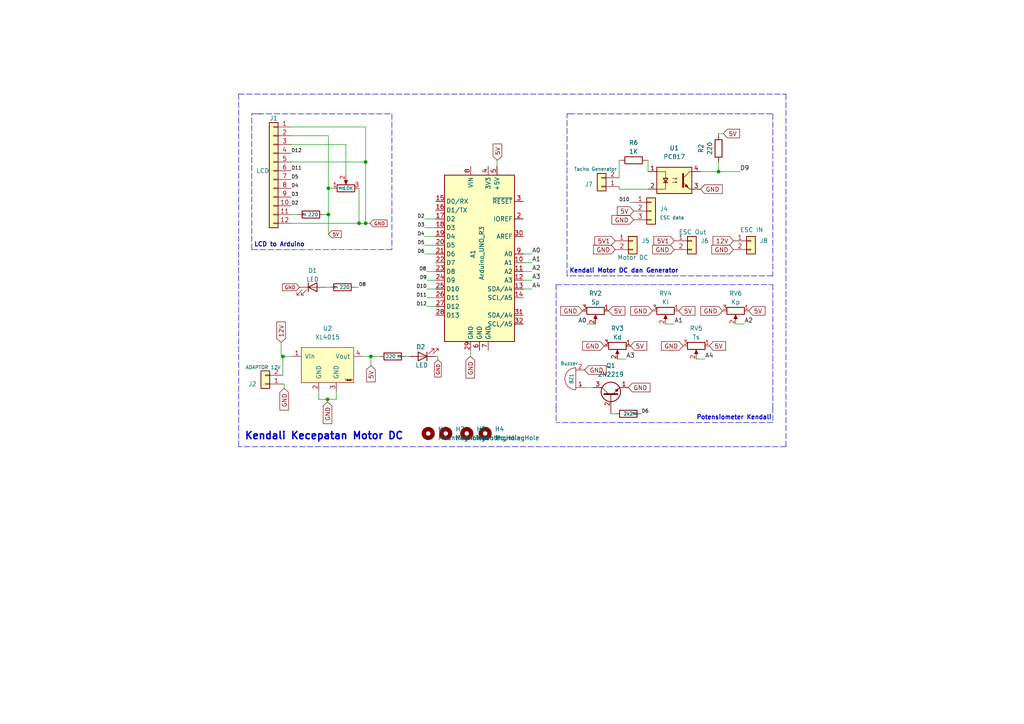
<source format=kicad_sch>
(kicad_sch (version 20211123) (generator eeschema)
  (paper "A4")
  (lib_symbols
    (symbol "Connector_Generic:Conn_01x02" (pin_names (offset 1.016) hide)
      (property "Reference" "J" (at 0 2.54 0))
      (property "Value" "Conn_01x02" (at 0 -5.08 0))
      (symbol "Conn_01x02_1_1"
        (rectangle (start -1.27 -2.413) (end 0 -2.667) (stroke (width 0.1524)))
        (rectangle (start -1.27 0.127) (end 0 -0.127) (stroke (width 0.1524)))
        (rectangle (start -1.27 1.27) (end 1.27 -3.81) (stroke (width 0.254)) (fill (type background)))
        (pin passive line (at -5.08 0 0) (length 3.81) (name "Pin_1") (number "1"))
        (pin passive line (at -5.08 -2.54 0) (length 3.81) (name "Pin_2") (number "2"))
      )
    )
    (symbol "Connector_Generic:Conn_01x03" (pin_names (offset 1.016) hide)
      (property "Reference" "J" (at 0 5.08 0))
      (property "Value" "Conn_01x03" (at 0 -5.08 0))
      (symbol "Conn_01x03_1_1"
        (rectangle (start -1.27 -2.413) (end 0 -2.667) (stroke (width 0.1524)))
        (rectangle (start -1.27 0.127) (end 0 -0.127) (stroke (width 0.1524)))
        (rectangle (start -1.27 2.667) (end 0 2.413) (stroke (width 0.1524)))
        (rectangle (start -1.27 3.81) (end 1.27 -3.81) (stroke (width 0.254)) (fill (type background)))
        (pin passive line (at -5.08 2.54 0) (length 3.81) (name "Pin_1") (number "1"))
        (pin passive line (at -5.08 0 0) (length 3.81) (name "Pin_2") (number "2"))
        (pin passive line (at -5.08 -2.54 0) (length 3.81) (name "Pin_3") (number "3"))
      )
    )
    (symbol "Connector_Generic:Conn_01x12" (pin_names (offset 1.016) hide)
      (property "Reference" "J" (at 0 15.24 0))
      (property "Value" "Conn_01x12" (at 0 -17.78 0))
      (symbol "Conn_01x12_1_1"
        (rectangle (start -1.27 -15.113) (end 0 -15.367) (stroke (width 0.1524)))
        (rectangle (start -1.27 -12.573) (end 0 -12.827) (stroke (width 0.1524)))
        (rectangle (start -1.27 -10.033) (end 0 -10.287) (stroke (width 0.1524)))
        (rectangle (start -1.27 -7.493) (end 0 -7.747) (stroke (width 0.1524)))
        (rectangle (start -1.27 -4.953) (end 0 -5.207) (stroke (width 0.1524)))
        (rectangle (start -1.27 -2.413) (end 0 -2.667) (stroke (width 0.1524)))
        (rectangle (start -1.27 0.127) (end 0 -0.127) (stroke (width 0.1524)))
        (rectangle (start -1.27 2.667) (end 0 2.413) (stroke (width 0.1524)))
        (rectangle (start -1.27 5.207) (end 0 4.953) (stroke (width 0.1524)))
        (rectangle (start -1.27 7.747) (end 0 7.493) (stroke (width 0.1524)))
        (rectangle (start -1.27 10.287) (end 0 10.033) (stroke (width 0.1524)))
        (rectangle (start -1.27 12.827) (end 0 12.573) (stroke (width 0.1524)))
        (rectangle (start -1.27 13.97) (end 1.27 -16.51) (stroke (width 0.254)) (fill (type background)))
        (pin passive line (at -5.08 12.7 0) (length 3.81) (name "Pin_1") (number "1"))
        (pin passive line (at -5.08 -10.16 0) (length 3.81) (name "Pin_10") (number "10"))
        (pin passive line (at -5.08 -12.7 0) (length 3.81) (name "Pin_11") (number "11"))
        (pin passive line (at -5.08 -15.24 0) (length 3.81) (name "Pin_12") (number "12"))
        (pin passive line (at -5.08 10.16 0) (length 3.81) (name "Pin_2") (number "2"))
        (pin passive line (at -5.08 7.62 0) (length 3.81) (name "Pin_3") (number "3"))
        (pin passive line (at -5.08 5.08 0) (length 3.81) (name "Pin_4") (number "4"))
        (pin passive line (at -5.08 2.54 0) (length 3.81) (name "Pin_5") (number "5"))
        (pin passive line (at -5.08 0 0) (length 3.81) (name "Pin_6") (number "6"))
        (pin passive line (at -5.08 -2.54 0) (length 3.81) (name "Pin_7") (number "7"))
        (pin passive line (at -5.08 -5.08 0) (length 3.81) (name "Pin_8") (number "8"))
        (pin passive line (at -5.08 -7.62 0) (length 3.81) (name "Pin_9") (number "9"))
      )
    )
    (symbol "Device:Buzzer" (pin_names (offset 0.0254) hide)
      (property "Reference" "BZ" (at 3.81 1.27 0))
      (property "Value" "Buzzer" (at 3.81 -1.27 0))
      (symbol "Buzzer_0_1"
        (arc (start 0 -3.175) (mid 3.175 0) (end 0 3.175))
        (polyline (pts (xy -1.651 1.905) (xy -1.143 1.905)))
        (polyline (pts (xy -1.397 2.159) (xy -1.397 1.651)))
        (polyline (pts (xy 0 3.175) (xy 0 -3.175)))
      )
      (symbol "Buzzer_1_1"
        (pin passive line (at -2.54 2.54 0) (length 2.54) (name "-") (number "1"))
        (pin passive line (at -2.54 -2.54 0) (length 2.54) (name "+") (number "2"))
      )
    )
    (symbol "Device:LED" (pin_numbers hide) (pin_names (offset 1.016) hide)
      (property "Reference" "D" (at 0 2.54 0))
      (property "Value" "LED" (at 0 -2.54 0))
      (symbol "LED_0_1"
        (polyline (pts (xy -1.27 -1.27) (xy -1.27 1.27)) (stroke (width 0.254)))
        (polyline (pts (xy -1.27 0) (xy 1.27 0)))
        (polyline (pts (xy 1.27 -1.27) (xy 1.27 1.27) (xy -1.27 0) (xy 1.27 -1.27)) (stroke (width 0.254)))
        (polyline (pts (xy -3.048 -0.762) (xy -4.572 -2.286) (xy -3.81 -2.286) (xy -4.572 -2.286) (xy -4.572 -1.524)))
        (polyline (pts (xy -1.778 -0.762) (xy -3.302 -2.286) (xy -2.54 -2.286) (xy -3.302 -2.286) (xy -3.302 -1.524)))
      )
      (symbol "LED_1_1"
        (pin passive line (at -3.81 0 0) (length 2.54) (name "K") (number "1"))
        (pin passive line (at 3.81 0 180) (length 2.54) (name "A") (number "2"))
      )
    )
    (symbol "Device:R" (pin_numbers hide) (pin_names (offset 0))
      (property "Reference" "R" (at 2.032 0 90))
      (property "Value" "R" (at 0 0 90))
      (symbol "R_0_1"
        (rectangle (start -1.016 -2.54) (end 1.016 2.54) (stroke (width 0.254)))
      )
      (symbol "R_1_1"
        (pin passive line (at 0 3.81 270) (length 1.27) (name "~") (number "1"))
        (pin passive line (at 0 -3.81 90) (length 1.27) (name "~") (number "2"))
      )
    )
    (symbol "Device:R_Potentiometer" (pin_names (offset 1.016) hide)
      (property "Reference" "RV" (at -4.445 0 90))
      (property "Value" "R_Potentiometer" (at -2.54 0 90))
      (symbol "R_Potentiometer_0_1"
        (polyline (pts (xy 2.54 0) (xy 1.524 0)))
        (polyline (pts (xy 1.143 0) (xy 2.286 0.508) (xy 2.286 -0.508) (xy 1.143 0)) (fill (type outline)))
        (rectangle (start 1.016 2.54) (end -1.016 -2.54) (stroke (width 0.254)))
      )
      (symbol "R_Potentiometer_1_1"
        (pin passive line (at 0 3.81 270) (length 1.27) (name "1") (number "1"))
        (pin passive line (at 3.81 0 180) (length 1.27) (name "2") (number "2"))
        (pin passive line (at 0 -3.81 90) (length 1.27) (name "3") (number "3"))
      )
    )
    (symbol "Isolator:PC817" (pin_names (offset 1.016))
      (property "Reference" "U" (at -5.08 5.08 0))
      (property "Value" "PC817" (at 0 5.08 0))
      (symbol "PC817_0_1"
        (rectangle (start -5.08 3.81) (end 5.08 -3.81) (stroke (width 0.254)) (fill (type background)))
        (polyline (pts (xy -3.175 -0.635) (xy -1.905 -0.635)) (stroke (width 0.254)))
        (polyline (pts (xy 2.54 0.635) (xy 4.445 2.54)))
        (polyline (pts (xy 4.445 -2.54) (xy 2.54 -0.635)) (fill (type outline)))
        (polyline (pts (xy 4.445 -2.54) (xy 5.08 -2.54)))
        (polyline (pts (xy 4.445 2.54) (xy 5.08 2.54)))
        (polyline (pts (xy -5.08 2.54) (xy -2.54 2.54) (xy -2.54 -0.635)))
        (polyline (pts (xy -2.54 -0.635) (xy -2.54 -2.54) (xy -5.08 -2.54)))
        (polyline (pts (xy 2.54 1.905) (xy 2.54 -1.905) (xy 2.54 -1.905)) (stroke (width 0.508)))
        (polyline (pts (xy -2.54 -0.635) (xy -3.175 0.635) (xy -1.905 0.635) (xy -2.54 -0.635)) (stroke (width 0.254)))
        (polyline (pts (xy -0.508 -0.508) (xy 0.762 -0.508) (xy 0.381 -0.635) (xy 0.381 -0.381) (xy 0.762 -0.508)))
        (polyline (pts (xy -0.508 0.508) (xy 0.762 0.508) (xy 0.381 0.381) (xy 0.381 0.635) (xy 0.762 0.508)))
        (polyline (pts (xy 3.048 -1.651) (xy 3.556 -1.143) (xy 4.064 -2.159) (xy 3.048 -1.651) (xy 3.048 -1.651)) (fill (type outline)))
      )
      (symbol "PC817_1_1"
        (pin passive line (at -7.62 2.54 0) (length 2.54) (name "~") (number "1"))
        (pin passive line (at -7.62 -2.54 0) (length 2.54) (name "~") (number "2"))
        (pin passive line (at 7.62 -2.54 180) (length 2.54) (name "~") (number "3"))
        (pin passive line (at 7.62 2.54 180) (length 2.54) (name "~") (number "4"))
      )
    )
    (symbol "MCU_Module:Arduino_UNO_R3"
      (property "Reference" "A" (at -10.16 23.495 0))
      (property "Value" "Arduino_UNO_R3" (at 5.08 -26.67 0))
      (symbol "Arduino_UNO_R3_0_1"
        (rectangle (start -10.16 22.86) (end 10.16 -25.4) (stroke (width 0.254)) (fill (type background)))
      )
      (symbol "Arduino_UNO_R3_1_1"
        (pin no_connect line (at -10.16 -20.32 0) (length 2.54) hide (name "NC") (number "1"))
        (pin bidirectional line (at 12.7 -2.54 180) (length 2.54) (name "A1") (number "10"))
        (pin bidirectional line (at 12.7 -5.08 180) (length 2.54) (name "A2") (number "11"))
        (pin bidirectional line (at 12.7 -7.62 180) (length 2.54) (name "A3") (number "12"))
        (pin bidirectional line (at 12.7 -10.16 180) (length 2.54) (name "SDA/A4") (number "13"))
        (pin bidirectional line (at 12.7 -12.7 180) (length 2.54) (name "SCL/A5") (number "14"))
        (pin bidirectional line (at -12.7 15.24 0) (length 2.54) (name "D0/RX") (number "15"))
        (pin bidirectional line (at -12.7 12.7 0) (length 2.54) (name "D1/TX") (number "16"))
        (pin bidirectional line (at -12.7 10.16 0) (length 2.54) (name "D2") (number "17"))
        (pin bidirectional line (at -12.7 7.62 0) (length 2.54) (name "D3") (number "18"))
        (pin bidirectional line (at -12.7 5.08 0) (length 2.54) (name "D4") (number "19"))
        (pin output line (at 12.7 10.16 180) (length 2.54) (name "IOREF") (number "2"))
        (pin bidirectional line (at -12.7 2.54 0) (length 2.54) (name "D5") (number "20"))
        (pin bidirectional line (at -12.7 0 0) (length 2.54) (name "D6") (number "21"))
        (pin bidirectional line (at -12.7 -2.54 0) (length 2.54) (name "D7") (number "22"))
        (pin bidirectional line (at -12.7 -5.08 0) (length 2.54) (name "D8") (number "23"))
        (pin bidirectional line (at -12.7 -7.62 0) (length 2.54) (name "D9") (number "24"))
        (pin bidirectional line (at -12.7 -10.16 0) (length 2.54) (name "D10") (number "25"))
        (pin bidirectional line (at -12.7 -12.7 0) (length 2.54) (name "D11") (number "26"))
        (pin bidirectional line (at -12.7 -15.24 0) (length 2.54) (name "D12") (number "27"))
        (pin bidirectional line (at -12.7 -17.78 0) (length 2.54) (name "D13") (number "28"))
        (pin power_in line (at -2.54 -27.94 90) (length 2.54) (name "GND") (number "29"))
        (pin input line (at 12.7 15.24 180) (length 2.54) (name "~{RESET}") (number "3"))
        (pin input line (at 12.7 5.08 180) (length 2.54) (name "AREF") (number "30"))
        (pin bidirectional line (at 12.7 -17.78 180) (length 2.54) (name "SDA/A4") (number "31"))
        (pin bidirectional line (at 12.7 -20.32 180) (length 2.54) (name "SCL/A5") (number "32"))
        (pin power_out line (at 2.54 25.4 270) (length 2.54) (name "3V3") (number "4"))
        (pin power_out line (at 5.08 25.4 270) (length 2.54) (name "+5V") (number "5"))
        (pin power_in line (at 0 -27.94 90) (length 2.54) (name "GND") (number "6"))
        (pin power_in line (at 2.54 -27.94 90) (length 2.54) (name "GND") (number "7"))
        (pin power_in line (at -2.54 25.4 270) (length 2.54) (name "VIN") (number "8"))
        (pin bidirectional line (at 12.7 0 180) (length 2.54) (name "A0") (number "9"))
      )
    )
    (symbol "Mechanical:MountingHole" (pin_names (offset 1.016))
      (property "Reference" "H" (at 0 5.08 0))
      (property "Value" "MountingHole" (at 0 3.175 0))
      (symbol "MountingHole_0_1"
        (circle (center 0 0) (radius 1.27) (stroke (width 1.27)))
      )
    )
    (symbol "Transistor_BJT:2N2219" (pin_names (offset 0) hide)
      (property "Reference" "Q" (at 5.08 1.905 0))
      (property "Value" "2N2219" (at 5.08 0 0))
      (symbol "2N2219_0_1"
        (polyline (pts (xy 0.635 0.635) (xy 2.54 2.54)))
        (polyline (pts (xy 0.635 -0.635) (xy 2.54 -2.54) (xy 2.54 -2.54)))
        (polyline (pts (xy 0.635 1.905) (xy 0.635 -1.905) (xy 0.635 -1.905)) (stroke (width 0.508)))
        (polyline (pts (xy 1.27 -1.778) (xy 1.778 -1.27) (xy 2.286 -2.286) (xy 1.27 -1.778) (xy 1.27 -1.778)) (fill (type outline)))
        (circle (center 1.27 0) (radius 2.8194) (stroke (width 0.254)))
      )
      (symbol "2N2219_1_1"
        (pin passive line (at 2.54 -5.08 90) (length 2.54) (name "E") (number "1"))
        (pin passive line (at -5.08 0 0) (length 5.715) (name "B") (number "2"))
        (pin passive line (at 2.54 5.08 270) (length 2.54) (name "C") (number "3"))
      )
    )
    (symbol "yaaj_dcdc_stepdown_lm2596:YAAJ_DCDC_StepDown_LM2596" (pin_names (offset 1.016))
      (property "Reference" "U" (at -5.08 6.35 0))
      (property "Value" "YAAJ_DCDC_StepDown_LM2596" (at 0 11.43 0))
      (symbol "YAAJ_DCDC_StepDown_LM2596_0_1"
        (rectangle (start -7.62 5.08) (end 7.62 -5.08) (fill (type background)))
      )
      (symbol "YAAJ_DCDC_StepDown_LM2596_1_1"
        (text "Y@@V" (at 6.1976 -4.2672 0) (effects (font (size 0.508 0.508))))
        (pin power_in line (at -10.16 2.54 0) (length 2.54) (name "Vin") (number "1"))
        (pin power_in line (at -2.54 -7.62 90) (length 2.54) (name "GND") (number "2"))
        (pin power_in line (at 2.54 -7.62 90) (length 2.54) (name "GND") (number "3"))
        (pin power_out line (at 10.16 2.54 180) (length 2.54) (name "Vout") (number "4"))
      )
    )
  )
  (junction (at 95.25 54.61))
  (junction (at 107.569 103.378))
  (junction (at 208.407 49.784))
  (junction (at 82.042 103.378))
  (junction (at 106.045 64.77))
  (junction (at 104.14 64.77))
  (junction (at 94.996 115.824))
  (junction (at 106.045 46.99))
  (junction (at 95.25 62.23))
  (wire (pts (xy 179.578 46.482) (xy 179.578 51.562)))
  (wire (pts (xy 201.93 104.14) (xy 204.47 104.14)))
  (wire (pts (xy 123.19 63.5) (xy 126.365 63.5)))
  (wire (pts (xy 81.534 103.378) (xy 82.042 103.378)))
  (polyline (pts (xy 69.215 129.54) (xy 69.215 27.305)))
  (wire (pts (xy 107.569 103.378) (xy 110.109 103.378)))
  (wire (pts (xy 97.536 113.538) (xy 97.536 115.824)))
  (wire (pts (xy 123.825 88.9) (xy 126.365 88.9)))
  (wire (pts (xy 151.765 81.28) (xy 154.305 81.28)))
  (wire (pts (xy 94.996 115.824) (xy 97.536 115.824)))
  (wire (pts (xy 94.488 83.312) (xy 95.504 83.312)))
  (wire (pts (xy 127 104.394) (xy 127 103.378)))
  (wire (pts (xy 169.545 112.395) (xy 172.085 112.395)))
  (wire (pts (xy 84.455 39.37) (xy 95.25 39.37)))
  (wire (pts (xy 136.525 101.6) (xy 136.525 103.378)))
  (wire (pts (xy 126.365 103.378) (xy 127 103.378)))
  (wire (pts (xy 82.042 103.378) (xy 84.836 103.378)))
  (polyline (pts (xy 73.025 33.02) (xy 75.565 33.02)))
  (polyline (pts (xy 224.155 122.555) (xy 161.29 122.555)))
  (wire (pts (xy 177.165 120.015) (xy 178.435 120.015)))
  (wire (pts (xy 106.045 36.83) (xy 106.045 46.99)))
  (wire (pts (xy 104.14 64.77) (xy 106.045 64.77)))
  (polyline (pts (xy 161.29 118.11) (xy 161.29 122.555)))
  (wire (pts (xy 136.525 103.378) (xy 136.398 103.378)))
  (wire (pts (xy 123.825 86.36) (xy 126.365 86.36)))
  (wire (pts (xy 123.19 71.12) (xy 126.365 71.12)))
  (wire (pts (xy 118.745 103.378) (xy 117.729 103.378)))
  (wire (pts (xy 82.042 103.378) (xy 82.042 108.839)))
  (wire (pts (xy 151.765 73.66) (xy 154.305 73.66)))
  (wire (pts (xy 151.765 83.82) (xy 154.305 83.82)))
  (wire (pts (xy 107.569 103.378) (xy 107.569 106.045)))
  (polyline (pts (xy 164.465 80.01) (xy 164.465 33.02)))
  (polyline (pts (xy 113.665 72.39) (xy 73.025 72.39)))
  (wire (pts (xy 203.2 49.784) (xy 208.407 49.784)))
  (wire (pts (xy 95.25 54.61) (xy 96.52 54.61)))
  (wire (pts (xy 187.96 46.482) (xy 187.579 46.482)))
  (wire (pts (xy 106.045 46.99) (xy 106.045 64.77)))
  (wire (pts (xy 92.456 115.824) (xy 94.996 115.824)))
  (wire (pts (xy 123.698 78.74) (xy 126.365 78.74)))
  (wire (pts (xy 84.455 62.23) (xy 86.36 62.23)))
  (polyline (pts (xy 224.155 118.11) (xy 224.155 122.555)))
  (polyline (pts (xy 69.215 27.305) (xy 227.965 27.305)))
  (wire (pts (xy 95.25 39.37) (xy 95.25 54.61)))
  (wire (pts (xy 104.14 64.77) (xy 104.14 54.61)))
  (wire (pts (xy 182.626 58.674) (xy 183.769 58.674)))
  (wire (pts (xy 179.578 54.864) (xy 179.578 54.102)))
  (wire (pts (xy 106.045 64.77) (xy 107.315 64.77)))
  (wire (pts (xy 151.765 76.2) (xy 154.305 76.2)))
  (polyline (pts (xy 165.1 33.02) (xy 224.155 33.02)))
  (wire (pts (xy 81.534 99.314) (xy 81.534 103.378)))
  (wire (pts (xy 144.145 48.26) (xy 144.145 46.482)))
  (wire (pts (xy 93.98 62.23) (xy 95.25 62.23)))
  (wire (pts (xy 187.96 49.784) (xy 187.96 46.482)))
  (wire (pts (xy 82.423 111.379) (xy 82.423 112.649)))
  (wire (pts (xy 193.04 93.98) (xy 195.58 93.98)))
  (wire (pts (xy 84.455 41.91) (xy 100.33 41.91)))
  (wire (pts (xy 92.456 115.824) (xy 92.456 113.538)))
  (wire (pts (xy 84.455 46.99) (xy 106.045 46.99)))
  (polyline (pts (xy 113.665 33.02) (xy 113.665 72.39)))
  (wire (pts (xy 179.07 104.14) (xy 181.61 104.14)))
  (polyline (pts (xy 74.93 33.02) (xy 113.665 33.02)))
  (wire (pts (xy 151.765 78.74) (xy 154.305 78.74)))
  (wire (pts (xy 123.19 66.04) (xy 126.365 66.04)))
  (wire (pts (xy 123.19 73.66) (xy 126.365 73.66)))
  (polyline (pts (xy 224.155 82.55) (xy 224.155 118.11)))
  (wire (pts (xy 123.825 81.28) (xy 126.365 81.28)))
  (polyline (pts (xy 164.465 33.02) (xy 165.1 33.02)))
  (polyline (pts (xy 224.155 80.01) (xy 164.465 80.01)))
  (wire (pts (xy 208.407 46.863) (xy 208.407 49.784)))
  (polyline (pts (xy 227.965 129.54) (xy 69.215 129.54)))
  (polyline (pts (xy 74.93 33.02) (xy 75.565 33.02)))
  (wire (pts (xy 123.825 83.82) (xy 126.365 83.82)))
  (wire (pts (xy 179.578 54.864) (xy 187.96 54.864)))
  (polyline (pts (xy 161.29 82.55) (xy 224.155 82.55)))
  (wire (pts (xy 179.959 46.482) (xy 179.578 46.482)))
  (polyline (pts (xy 224.155 33.02) (xy 224.155 80.01)))
  (wire (pts (xy 100.33 41.91) (xy 100.33 50.8)))
  (polyline (pts (xy 73.025 72.39) (xy 73.025 33.02)))
  (wire (pts (xy 103.124 83.312) (xy 104.013 83.312)))
  (polyline (pts (xy 161.29 82.55) (xy 161.29 118.11)))
  (wire (pts (xy 105.156 103.378) (xy 107.569 103.378)))
  (wire (pts (xy 170.18 93.98) (xy 172.72 93.98)))
  (wire (pts (xy 95.25 54.61) (xy 95.25 62.23)))
  (wire (pts (xy 213.36 93.98) (xy 215.9 93.98)))
  (wire (pts (xy 94.996 115.824) (xy 94.996 116.586)))
  (wire (pts (xy 208.407 38.735) (xy 209.804 38.735)))
  (polyline (pts (xy 227.965 27.305) (xy 227.965 129.54)))
  (wire (pts (xy 208.407 49.784) (xy 214.63 49.784)))
  (wire (pts (xy 84.455 36.83) (xy 106.045 36.83)))
  (wire (pts (xy 95.25 62.23) (xy 95.25 67.945)))
  (wire (pts (xy 208.407 39.243) (xy 208.407 38.735)))
  (wire (pts (xy 144.145 46.482) (xy 144.272 46.482)))
  (wire (pts (xy 123.19 68.58) (xy 126.365 68.58)))
  (wire (pts (xy 82.042 111.379) (xy 82.423 111.379)))
  (wire (pts (xy 84.455 64.77) (xy 104.14 64.77)))
  (text "Kendali Kecepatan Motor DC" (at 70.866 127.762 0) (effects (font (size 2.1 2.1) bold) (justify left bottom)))
  (text "Kendali Motor DC dan Generator" (at 165.1 79.375 0) (effects (font (size 1.27 1.27) bold) (justify left bottom)))
  (text "LCD to Arduino\n" (at 73.66 71.755 0) (effects (font (size 1.27 1.27) bold) (justify left bottom)))
  (text "Potensiometer Kendali" (at 201.93 121.92 0) (effects (font (size 1.27 1.27) (thickness 0.254) bold) (justify left bottom)))
  (label "D2" (at 84.455 59.69 0) (effects (font (size 1 1))))
  (label "D11" (at 123.825 86.36 180) (effects (font (size 1 1))))
  (label "D11" (at 84.455 49.53 0) (effects (font (size 1 1))))
  (label "A2" (at 154.305 78.74 0))
  (label "D10" (at 182.626 58.674 180) (effects (font (size 1 1))))
  (label "D12" (at 84.455 44.45 0) (effects (font (size 1 1))))
  (label "A1" (at 154.305 76.2 0))
  (label "D10" (at 123.825 83.82 180) (effects (font (size 1 1))))
  (label "D9" (at 123.825 81.28 180) (effects (font (size 1 1))))
  (label "A1" (at 195.58 93.98 0))
  (label "A4" (at 204.47 104.14 0))
  (label "D12" (at 123.825 88.9 180) (effects (font (size 1 1))))
  (label "D4" (at 123.19 68.58 180) (effects (font (size 1 1))))
  (label "D9" (at 214.63 49.784 0))
  (label "D6" (at 123.19 73.66 180) (effects (font (size 1 1))))
  (label "D5" (at 84.455 52.07 0) (effects (font (size 1 1))))
  (label "D3" (at 84.455 57.15 0) (effects (font (size 1 1))))
  (label "D2" (at 123.19 63.5 180) (effects (font (size 1 1))))
  (label "A4" (at 154.305 83.82 0))
  (label "D3" (at 123.19 66.04 180) (effects (font (size 1 1))))
  (label "D8" (at 123.698 78.74 180) (effects (font (size 1 1))))
  (label "A0" (at 170.18 93.98 180))
  (label "D4" (at 84.455 54.61 0) (effects (font (size 1 1))))
  (label "A3" (at 181.61 104.14 0))
  (label "D5" (at 123.19 71.12 180) (effects (font (size 1 1))))
  (label "D6" (at 186.055 120.015 0) (effects (font (size 1 1))))
  (label "A3" (at 154.305 81.28 0))
  (label "A2" (at 215.9 93.98 0))
  (label "D8" (at 104.013 83.312 0) (effects (font (size 1 1))))
  (label "A0" (at 154.305 73.66 0))
  (global_label "5V" (shape input) (at 209.804 38.735 0) (property "Intersheet References" "${INTERSHEET_REFS}" (effects hide)))
  (global_label "5V" (shape input) (at 107.569 106.045 270) (property "Intersheet References" "${INTERSHEET_REFS}" (effects hide)))
  (global_label "5V" (shape input) (at 205.74 100.33 0) (property "Intersheet References" "${INTERSHEET_REFS}" (effects hide)))
  (global_label "GND" (shape input) (at 86.868 83.312 180) (effects (font (size 1 1))) (property "Intersheet References" "${INTERSHEET_REFS}" (effects hide)))
  (global_label "5V" (shape input) (at 95.25 67.945 0) (effects (font (size 1 1))) (property "Intersheet References" "${INTERSHEET_REFS}" (effects hide)))
  (global_label "GND" (shape input) (at 189.23 90.17 180) (property "Intersheet References" "${INTERSHEET_REFS}" (effects hide)))
  (global_label "GND" (shape input) (at 198.12 100.33 180) (property "Intersheet References" "${INTERSHEET_REFS}" (effects hide)))
  (global_label "5V" (shape input) (at 217.17 90.17 0) (property "Intersheet References" "${INTERSHEET_REFS}" (effects hide)))
  (global_label "GND" (shape input) (at 127 104.394 270) (effects (font (size 1 1))) (property "Intersheet References" "${INTERSHEET_REFS}" (effects hide)))
  (global_label "GND" (shape input) (at 182.245 112.395 0) (property "Intersheet References" "${INTERSHEET_REFS}" (effects hide)))
  (global_label "GND" (shape input) (at 107.315 64.77 0) (effects (font (size 1 1))) (property "Intersheet References" "${INTERSHEET_REFS}" (effects hide)))
  (global_label "5V" (shape input) (at 144.272 46.482 90) (property "Intersheet References" "${INTERSHEET_REFS}" (effects hide)))
  (global_label "GND" (shape input) (at 178.435 72.39 180) (property "Intersheet References" "${INTERSHEET_REFS}" (effects hide)))
  (global_label "5V" (shape input) (at 176.53 90.17 0) (property "Intersheet References" "${INTERSHEET_REFS}" (effects hide)))
  (global_label "GND" (shape input) (at 94.996 116.586 270) (property "Intersheet References" "${INTERSHEET_REFS}" (effects hide)))
  (global_label "GND" (shape input) (at 195.58 72.39 180) (property "Intersheet References" "${INTERSHEET_REFS}" (effects hide)))
  (global_label "GND" (shape input) (at 209.55 90.17 180) (property "Intersheet References" "${INTERSHEET_REFS}" (effects hide)))
  (global_label "GND" (shape input) (at 183.769 63.754 180) (property "Intersheet References" "${INTERSHEET_REFS}" (effects hide)))
  (global_label "5V" (shape input) (at 182.88 100.33 0) (property "Intersheet References" "${INTERSHEET_REFS}" (effects hide)))
  (global_label "5V" (shape input) (at 183.769 61.214 180) (property "Intersheet References" "${INTERSHEET_REFS}" (effects hide)))
  (global_label "GND" (shape input) (at 136.398 103.378 270) (property "Intersheet References" "${INTERSHEET_REFS}" (effects hide)))
  (global_label "GND" (shape input) (at 203.2 54.864 0) (property "Intersheet References" "${INTERSHEET_REFS}" (effects hide)))
  (global_label "5V" (shape input) (at 196.85 90.17 0) (property "Intersheet References" "${INTERSHEET_REFS}" (effects hide)))
  (global_label "12V" (shape input) (at 212.725 69.85 180) (property "Intersheet References" "${INTERSHEET_REFS}" (effects hide)))
  (global_label "5V1" (shape input) (at 195.58 69.85 180) (property "Intersheet References" "${INTERSHEET_REFS}" (effects hide)))
  (global_label "GND" (shape input) (at 212.725 72.39 180) (property "Intersheet References" "${INTERSHEET_REFS}" (effects hide)))
  (global_label "GND" (shape input) (at 168.91 90.17 180) (property "Intersheet References" "${INTERSHEET_REFS}" (effects hide)))
  (global_label "5V1" (shape input) (at 178.435 69.85 180) (property "Intersheet References" "${INTERSHEET_REFS}" (effects hide)))
  (global_label "GND" (shape input) (at 175.26 100.33 180) (property "Intersheet References" "${INTERSHEET_REFS}" (effects hide)))
  (global_label "12V" (shape input) (at 81.534 99.314 90) (property "Intersheet References" "${INTERSHEET_REFS}" (effects hide)))
  (global_label "GND" (shape input) (at 82.423 112.649 270) (property "Intersheet References" "${INTERSHEET_REFS}" (effects hide)))
  (global_label "GND" (shape input) (at 169.545 107.315 0) (property "Intersheet References" "${INTERSHEET_REFS}" (effects hide)))
  (symbol (lib_id "Mechanical:MountingHole") (at 124.206 125.73 0) (unit 1)
    (property "Reference" "H1" (at 127 124.4599 0) (effects (justify left)))
    (property "Value" "MountingHole" (at 127 126.9999 0) (effects (justify left)))
    (property "Footprint" "MountingHole:MountingHole_2.5mm_Pad_Via" (effects hide))
  )
  (symbol (lib_id "Device:LED") (at 90.678 83.312 0) (unit 1)
    (property "Reference" "D1" (at 90.678 78.486 0))
    (property "Value" "LED" (at 90.678 81.026 0))
    (property "Footprint" "LED_THT:LED_D5.0mm" (effects hide))
  )
  (symbol (lib_id "Device:R_Potentiometer") (at 179.07 100.33 270) (unit 1)
    (property "Reference" "RV3" (at 179.07 95.25 90))
    (property "Value" "Kd" (at 179.07 97.79 90))
    (property "Footprint" "Potentiometer_THT:Potentiometer_Piher_PC-16_Single_Horizontal" (effects hide))
  )
  (symbol (lib_id "yaaj_dcdc_stepdown_lm2596:YAAJ_DCDC_StepDown_LM2596") (at 94.996 105.918 0) (unit 1)
    (property "Reference" "U2" (at 94.996 95.25 0))
    (property "Value" "XL4015" (at 94.996 97.79 0))
    (property "Footprint" "Helber:YAAJ_DCDC_StepDown_LM2596" (effects hide))
  )
  (symbol (lib_id "Transistor_BJT:2N2219") (at 177.165 114.935 90) (unit 1)
    (property "Reference" "Q1" (at 177.165 106.045 90))
    (property "Value" "2N2219" (at 177.165 108.585 90))
    (property "Footprint" "Package_TO_SOT_THT:TO-39-3" (effects hide))
    (property "Datasheet" "http://www.onsemi.com/pub_link/Collateral/2N2219-D.PDF" (effects hide))
  )
  (symbol (lib_id "Connector_Generic:Conn_01x02") (at 183.515 69.85 0) (unit 1)
    (property "Reference" "J5" (at 186.055 69.8499 0) (effects (justify left)))
    (property "Value" "Motor DC" (at 179.07 74.676 0) (effects (justify left)))
    (property "Footprint" "TerminalBlock:TerminalBlock_bornier-2_P5.08mm" (effects hide))
  )
  (symbol (lib_id "Device:Buzzer") (at 167.005 109.855 180) (unit 1)
    (property "Reference" "BZ1" (at 165.735 109.855 90) (effects (font (size 1 1))))
    (property "Value" "Buzzer" (at 165.1 105.41 0) (effects (font (size 1 1))))
    (property "Footprint" "Buzzer_Beeper:Buzzer_12x9.5RM7.6" (effects hide))
  )
  (symbol (lib_id "Device:R") (at 90.17 62.23 90) (unit 1)
    (property "Reference" "R1" (at 88.265 62.23 90) (effects (font (size 0.6 0.6))))
    (property "Value" "220" (at 90.805 62.23 90) (effects (font (size 1 1))))
    (property "Footprint" "Resistor_THT:R_Axial_DIN0207_L6.3mm_D2.5mm_P7.62mm_Horizontal" (effects hide))
  )
  (symbol (lib_id "Device:R_Potentiometer") (at 193.04 90.17 270) (unit 1)
    (property "Reference" "RV4" (at 193.04 85.09 90))
    (property "Value" "Ki" (at 193.04 87.63 90))
    (property "Footprint" "Potentiometer_THT:Potentiometer_Piher_PC-16_Single_Horizontal" (effects hide))
  )
  (symbol (lib_id "Connector_Generic:Conn_01x02") (at 76.962 111.379 180) (unit 1)
    (property "Reference" "J2" (at 74.422 111.3791 0) (effects (justify left)))
    (property "Value" "ADAPTOR 12V" (at 81.407 106.553 0) (effects (font (size 1 1)) (justify left)))
    (property "Footprint" "TerminalBlock:TerminalBlock_bornier-2_P5.08mm" (effects hide))
  )
  (symbol (lib_id "Device:R_Potentiometer") (at 213.36 90.17 270) (unit 1)
    (property "Reference" "RV6" (at 213.36 85.09 90))
    (property "Value" "Kp" (at 213.36 87.63 90))
    (property "Footprint" "Potentiometer_THT:Potentiometer_Piher_PC-16_Single_Horizontal" (effects hide))
  )
  (symbol (lib_id "Device:R") (at 113.919 103.378 270) (unit 1)
    (property "Reference" "R5" (at 115.824 103.378 90) (effects (font (size 0.6 0.6))))
    (property "Value" "220" (at 113.284 103.378 90) (effects (font (size 1 1))))
    (property "Footprint" "Resistor_THT:R_Axial_DIN0207_L6.3mm_D2.5mm_P7.62mm_Horizontal" (effects hide))
  )
  (symbol (lib_id "Mechanical:MountingHole") (at 129.286 125.73 0) (unit 1)
    (property "Reference" "H2" (at 132.08 124.4599 0) (effects (justify left)))
    (property "Value" "MountingHole" (at 132.08 126.9999 0) (effects (justify left)))
    (property "Footprint" "MountingHole:MountingHole_2.5mm_Pad_Via" (effects hide))
  )
  (symbol (lib_id "Connector_Generic:Conn_01x03") (at 188.849 61.214 0) (unit 1)
    (property "Reference" "J4" (at 191.389 60.5789 0) (effects (justify left)))
    (property "Value" "ESC data" (at 191.389 63.119 0) (effects (font (size 1 1)) (justify left)))
    (property "Footprint" "Connector_PinHeader_2.54mm:PinHeader_1x03_P2.54mm_Vertical" (effects hide))
  )
  (symbol (lib_id "Connector_Generic:Conn_01x12") (at 79.375 49.53 0) (mirror y) (unit 1)
    (property "Reference" "J1" (at 79.375 34.29 0))
    (property "Value" "LCD" (at 76.2 49.53 0))
    (property "Footprint" "Connector_PinHeader_2.54mm:PinHeader_1x12_P2.54mm_Vertical" (effects hide))
  )
  (symbol (lib_id "Device:LED") (at 122.555 103.378 180) (unit 1)
    (property "Reference" "D2" (at 122.047 100.584 0))
    (property "Value" "LED" (at 122.301 105.918 0))
    (property "Footprint" "LED_THT:LED_D5.0mm" (effects hide))
  )
  (symbol (lib_id "Connector_Generic:Conn_01x02") (at 217.805 69.85 0) (unit 1)
    (property "Reference" "J8" (at 220.345 69.8499 0) (effects (justify left)))
    (property "Value" "ESC IN" (at 214.63 66.675 0) (effects (justify left)))
    (property "Footprint" "TerminalBlock:TerminalBlock_bornier-2_P5.08mm" (effects hide))
  )
  (symbol (lib_id "Device:R_Potentiometer") (at 172.72 90.17 270) (unit 1)
    (property "Reference" "RV2" (at 172.72 85.09 90))
    (property "Value" "Sp" (at 172.72 87.63 90))
    (property "Footprint" "Potentiometer_THT:Potentiometer_Piher_PC-16_Single_Horizontal" (effects hide))
  )
  (symbol (lib_id "Connector_Generic:Conn_01x02") (at 174.498 54.102 180) (unit 1)
    (property "Reference" "J7" (at 171.958 53.4671 0) (effects (justify left)))
    (property "Value" "Tacho Generator" (at 178.943 49.022 0) (effects (font (size 1 1)) (justify left)))
    (property "Footprint" "TerminalBlock:TerminalBlock_bornier-2_P5.08mm" (effects hide))
  )
  (symbol (lib_id "Device:R") (at 99.314 83.312 90) (unit 1)
    (property "Reference" "R4" (at 97.409 83.312 90) (effects (font (size 0.6 0.6))))
    (property "Value" "220" (at 99.949 83.312 90) (effects (font (size 1 1))))
    (property "Footprint" "Resistor_THT:R_Axial_DIN0207_L6.3mm_D2.5mm_P7.62mm_Horizontal" (effects hide))
  )
  (symbol (lib_id "Device:R") (at 182.245 120.015 270) (unit 1)
    (property "Reference" "R3" (at 184.15 120.015 90) (effects (font (size 0.6 0.6))))
    (property "Value" "2k2" (at 182.245 120.015 90) (effects (font (size 1 1))))
    (property "Footprint" "Resistor_THT:R_Axial_DIN0207_L6.3mm_D2.5mm_P7.62mm_Horizontal" (effects hide))
  )
  (symbol (lib_id "Device:R") (at 208.407 43.053 180) (unit 1)
    (property "Reference" "R2" (at 203.327 43.053 90))
    (property "Value" "220" (at 205.867 43.053 90))
    (property "Footprint" "Resistor_THT:R_Axial_DIN0207_L6.3mm_D2.5mm_P7.62mm_Horizontal" (effects hide))
  )
  (symbol (lib_id "Device:R_Potentiometer") (at 201.93 100.33 270) (unit 1)
    (property "Reference" "RV5" (at 201.93 95.25 90))
    (property "Value" "Ts" (at 201.93 97.79 90))
    (property "Footprint" "Potentiometer_THT:Potentiometer_Piher_PC-16_Single_Horizontal" (effects hide))
  )
  (symbol (lib_id "MCU_Module:Arduino_UNO_R3") (at 139.065 73.66 0) (unit 1)
    (property "Reference" "A1" (at 137.16 74.93 90) (effects (justify left)))
    (property "Value" "Arduino_UNO_R3" (at 139.7 81.28 90) (effects (justify left)))
    (property "Footprint" "Module:Arduino_UNO_R3_WithMountingHoles" (effects hide))
    (property "Datasheet" "https://www.arduino.cc/en/Main/arduinoBoardUno" (effects hide))
  )
  (symbol (lib_id "Device:R") (at 183.769 46.482 90) (unit 1)
    (property "Reference" "R6" (at 183.769 41.402 90))
    (property "Value" "1K" (at 183.769 43.942 90))
    (property "Footprint" "Resistor_THT:R_Axial_DIN0207_L6.3mm_D2.5mm_P7.62mm_Horizontal" (effects hide))
  )
  (symbol (lib_id "Isolator:PC817") (at 195.58 52.324 0) (unit 1)
    (property "Reference" "U1" (at 195.58 42.926 0))
    (property "Value" "PC817" (at 195.58 45.466 0))
    (property "Footprint" "Package_DIP:DIP-4_W7.62mm" (effects hide))
    (property "Datasheet" "http://www.soselectronic.cz/a_info/resource/d/pc817.pdf" (effects hide))
  )
  (symbol (lib_id "Mechanical:MountingHole") (at 140.716 125.73 0) (unit 1)
    (property "Reference" "H4" (at 143.51 124.4599 0) (effects (justify left)))
    (property "Value" "MountingHole" (at 143.51 126.9999 0) (effects (justify left)))
    (property "Footprint" "MountingHole:MountingHole_2.5mm_Pad_Via" (effects hide))
  )
  (symbol (lib_id "Connector_Generic:Conn_01x02") (at 200.66 69.85 0) (unit 1)
    (property "Reference" "J6" (at 203.2 69.8499 0) (effects (justify left)))
    (property "Value" "ESC Out" (at 196.85 67.31 0) (effects (justify left)))
    (property "Footprint" "TerminalBlock:TerminalBlock_bornier-2_P5.08mm" (effects hide))
  )
  (symbol (lib_id "Device:R_Potentiometer") (at 100.33 54.61 90) (unit 1)
    (property "Reference" "RV1" (at 99.06 54.61 90) (effects (font (size 0.6 0.6))))
    (property "Value" "10K" (at 100.965 54.61 90) (effects (font (size 1 1))))
    (property "Footprint" "Potentiometer_THT:Potentiometer_Piher_PC-16_Single_Horizontal" (effects hide))
  )
  (symbol (lib_id "Mechanical:MountingHole") (at 135.382 125.73 0) (unit 1)
    (property "Reference" "H3" (at 138.176 124.4599 0) (effects (justify left)))
    (property "Value" "MountingHole" (at 138.176 126.9999 0) (effects (justify left)))
    (property "Footprint" "MountingHole:MountingHole_2.5mm_Pad_Via" (effects hide))
  )
)
</source>
